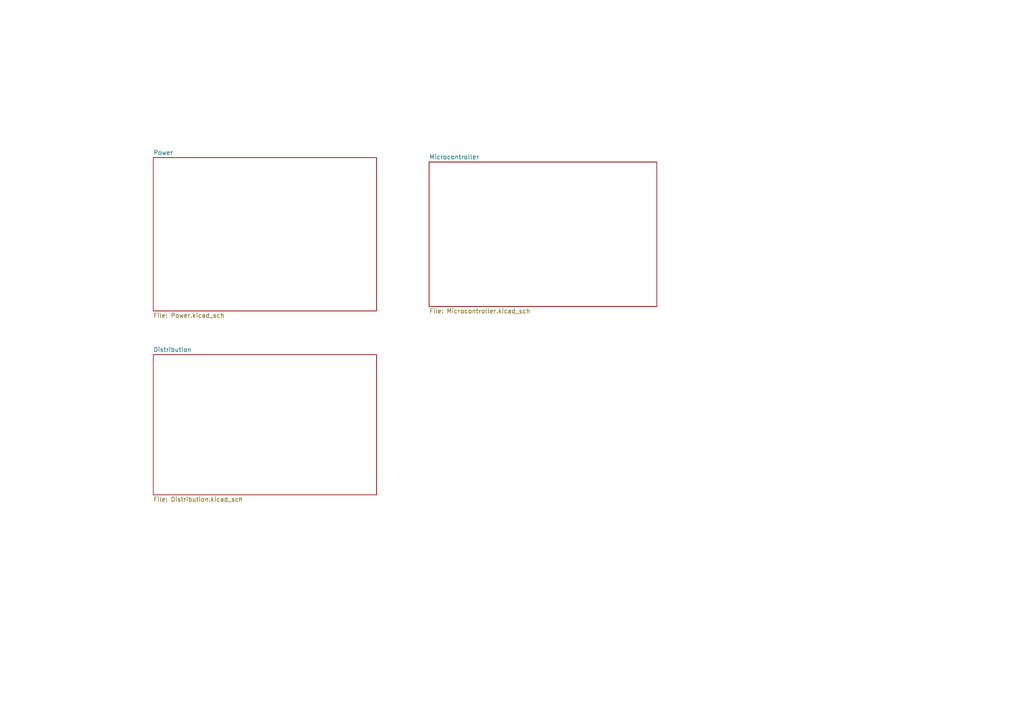
<source format=kicad_sch>
(kicad_sch (version 20230121) (generator eeschema)
  (paper "A4")
  (title_block (title "System"))
  (lib_symbols)
  (sheet (at 124.46 46.99) (size 66.04 41.91) (stroke (width 0.1524))
    (property "Sheetname" "Microcontroller" (at 124.46 46.2784 0) (effects (justify left bottom)))
    (property "Sheetfile" "Microcontroller.kicad_sch" (at 124.46 89.4846 0) (effects (justify left top)))
  )
  (sheet (at 44.45 45.72) (size 64.77 44.45) (stroke (width 0.1524))
    (property "Sheetname" "Power" (at 44.45 45.0084 0) (effects (justify left bottom)))
    (property "Sheetfile" "Power.kicad_sch" (at 44.45 90.7546 0) (effects (justify left top)))
  )
  (sheet (at 44.45 102.87) (size 64.77 40.64) (stroke (width 0.1524))
    (property "Sheetname" "Distribution" (at 44.45 102.1584 0) (effects (justify left bottom)))
    (property "Sheetfile" "Distribution.kicad_sch" (at 44.45 144.0946 0) (effects (justify left top)))
  )
)
</source>
